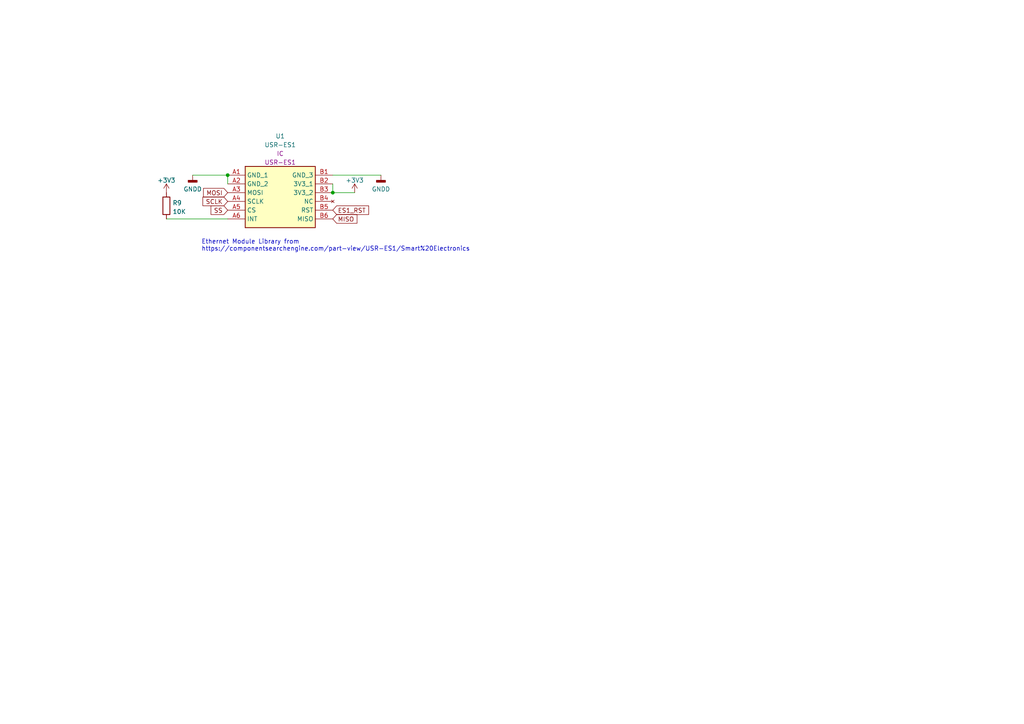
<source format=kicad_sch>
(kicad_sch (version 20230121) (generator eeschema)
  (paper "A4")
  (lib_symbols
    (symbol "Device:R" (pin_numbers hide) (pin_names (offset 0))
      (property "Reference" "R" (at 2.032 0 90))
      (property "Value" "R" (at 0 0 90))
      (symbol "R_0_1"
        (rectangle (start -1.016 -2.54) (end 1.016 2.54) (stroke (width 0.254)))
      )
      (symbol "R_1_1"
        (pin passive line (at 0 3.81 270) (length 1.27) (name "~") (number "1"))
        (pin passive line (at 0 -3.81 90) (length 1.27) (name "~") (number "2"))
      )
    )
    (symbol "USR-ES1:USR-ES1"
      (property "Value" "USR-ES1" (at 0 0 0))
      (property "Reference_1" "IC" (at 26.67 7.62 0))
      (property "Value_1" "USR-ES1" (at 26.67 5.08 0))
      (symbol "USR-ES1_1_1"
        (rectangle (start 5.08 2.54) (end 25.4 -15.24) (stroke (width 0.254)) (fill (type background)))
        (pin passive line (at 0 0 0) (length 5.08) (name "GND_1") (number "A1"))
        (pin passive line (at 0 -2.54 0) (length 5.08) (name "GND_2") (number "A2"))
        (pin passive line (at 0 -5.08 0) (length 5.08) (name "MOSI") (number "A3"))
        (pin passive line (at 0 -7.62 0) (length 5.08) (name "SCLK") (number "A4"))
        (pin passive line (at 0 -10.16 0) (length 5.08) (name "CS") (number "A5"))
        (pin passive line (at 0 -12.7 0) (length 5.08) (name "INT") (number "A6"))
        (pin passive line (at 30.48 0 180) (length 5.08) (name "GND_3") (number "B1"))
        (pin passive line (at 30.48 -2.54 180) (length 5.08) (name "3V3_1") (number "B2"))
        (pin passive line (at 30.48 -5.08 180) (length 5.08) (name "3V3_2") (number "B3"))
        (pin no_connect line (at 30.48 -7.62 180) (length 5.08) (name "NC") (number "B4"))
        (pin passive line (at 30.48 -10.16 180) (length 5.08) (name "RST") (number "B5"))
        (pin passive line (at 30.48 -12.7 180) (length 5.08) (name "MISO") (number "B6"))
      )
    )
    (symbol "power:+3V3" (power) (pin_names (offset 0))
      (property "Value" "+3V3" (at 0 3.556 0))
      (symbol "+3V3_0_1"
        (polyline (pts (xy -0.762 1.27) (xy 0 2.54)))
        (polyline (pts (xy 0 0) (xy 0 2.54)))
        (polyline (pts (xy 0 2.54) (xy 0.762 1.27)))
      )
      (symbol "+3V3_1_1"
        (pin power_in line (at 0 0 90) (length 0) hide (name "+3V3") (number "1"))
      )
    )
    (symbol "power:GNDD" (power) (pin_names (offset 0))
      (property "Value" "GNDD" (at 0 -3.175 0))
      (symbol "GNDD_0_1"
        (rectangle (start -1.27 -1.524) (end 1.27 -2.032) (stroke (width 0.254)) (fill (type outline)))
        (polyline (pts (xy 0 0) (xy 0 -1.524)))
      )
      (symbol "GNDD_1_1"
        (pin power_in line (at 0 0 270) (length 0) hide (name "GNDD") (number "1"))
      )
    )
  )
  (junction (at 66.04 50.8))
  (junction (at 96.52 55.88))
  (wire (pts (xy 96.52 50.8) (xy 110.49 50.8)))
  (wire (pts (xy 66.04 50.8) (xy 66.04 53.34)))
  (wire (pts (xy 96.52 55.88) (xy 102.87 55.88)))
  (wire (pts (xy 96.52 53.34) (xy 96.52 55.88)))
  (wire (pts (xy 55.88 50.8) (xy 66.04 50.8)))
  (wire (pts (xy 48.26 63.5) (xy 66.04 63.5)))
  (text "Ethernet Module Library from \nhttps://componentsearchengine.com/part-view/USR-ES1/Smart%20Electronics" (at 58.42 73.025 0) (effects (font (size 1.27 1.27)) (justify left bottom)))
  (global_label "MOSI" (shape input) (at 66.04 55.88 180) (property "Intersheetrefs" "${INTERSHEET_REFS}" (effects hide)))
  (global_label "MISO" (shape input) (at 96.52 63.5 0) (property "Intersheetrefs" "${INTERSHEET_REFS}" (effects hide)))
  (global_label "SS" (shape input) (at 66.04 60.96 180) (property "Intersheetrefs" "${INTERSHEET_REFS}" (effects hide)))
  (global_label "SCLK" (shape input) (at 66.04 58.42 180) (property "Intersheetrefs" "${INTERSHEET_REFS}" (effects hide)))
  (global_label "ES1_RST" (shape input) (at 96.52 60.96 0) (property "Intersheetrefs" "${INTERSHEET_REFS}" (effects hide)))
  (symbol (lib_id "power:GNDD") (at 55.88 50.8 0) (unit 1)
    (property "Reference" "#PWR016" (effects hide))
    (property "Value" "GNDDD" (at 55.88 54.8624 0))
  )
  (symbol (lib_id "Device:R") (at 48.26 59.69 0) (unit 1)
    (property "Reference" "R9" (at 50.038 58.8553 0) (effects (justify left)))
    (property "Value" "10K" (at 50.038 61.3922 0) (effects (justify left)))
    (property "Footprint" "Resistor_THT:R_Axial_DIN0204_L3.6mm_D1.6mm_P2.54mm_Vertical" (effects hide))
  )
  (symbol (lib_id "power:+3V3") (at 102.87 55.88 0) (unit 1)
    (property "Reference" "#PWR019" (effects hide))
    (property "Value" "+3V3" (at 102.87 52.3042 0))
  )
  (symbol (lib_id "power:+3V3") (at 48.26 55.88 0) (unit 1)
    (property "Reference" "#PWR018" (effects hide))
    (property "Value" "+3V3" (at 48.26 52.3042 0))
  )
  (symbol (lib_id "power:GNDD") (at 110.49 50.8 0) (unit 1)
    (property "Reference" "#PWR017" (effects hide))
    (property "Value" "GNDDD" (at 110.49 54.8624 0))
  )
  (symbol (lib_id "USR-ES1:USR-ES1") (at 66.04 50.8 0) (unit 1)
    (property "Reference" "U1" (at 81.28 39.4864 0))
    (property "Value" "USR-ES1" (at 81.28 42.0233 0))
    (property "Footprint" "USR-ES1:USRES1" (effects hide))
    (property "Reference_1" "IC" (at 81.28 44.5602 0))
    (property "Value_1" "USR-ES1" (at 81.28 47.0971 0))
    (property "Footprint_1" "USRES1" (effects hide))
    (property "Datasheet_1" "https://www.aliexpress.com/item/Free-Shipping-USR-ES1-W5500-Chip-New-SPI-to-LAN-Ethernet-Converter-TCP-IP-Mod/32714438223.html?spm=a2g0s.9042311.0.0.27424c4dBBEz2G" (effects hide))
    (property "Height" "3" (effects hide))
    (property "Manufacturer_Name" "Smart Electronics" (effects hide))
    (property "Manufacturer_Part_Number" "USR-ES1" (effects hide))
  )
)
</source>
